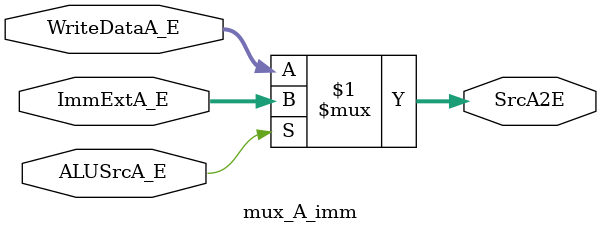
<source format=sv>
`timescale 1ns / 1ps


module mux_A_imm(input  logic ALUSrcA_E,
  input  logic [31:0] WriteDataA_E, ImmExtA_E,
  output logic [31:0] SrcA2E
  );

  assign SrcA2E = ALUSrcA_E ?  ImmExtA_E:WriteDataA_E;

endmodule
</source>
